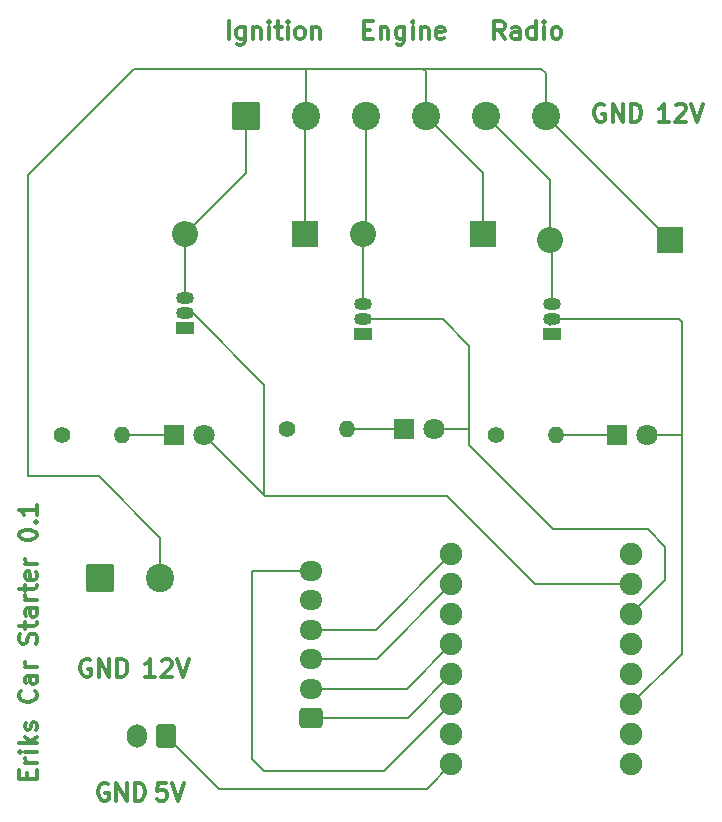
<source format=gbr>
%TF.GenerationSoftware,KiCad,Pcbnew,9.0.1-9.0.1-0~ubuntu24.04.1*%
%TF.CreationDate,2025-04-02T18:15:35+02:00*%
%TF.ProjectId,starter,73746172-7465-4722-9e6b-696361645f70,rev?*%
%TF.SameCoordinates,Original*%
%TF.FileFunction,Copper,L1,Top*%
%TF.FilePolarity,Positive*%
%FSLAX46Y46*%
G04 Gerber Fmt 4.6, Leading zero omitted, Abs format (unit mm)*
G04 Created by KiCad (PCBNEW 9.0.1-9.0.1-0~ubuntu24.04.1) date 2025-04-02 18:15:35*
%MOMM*%
%LPD*%
G01*
G04 APERTURE LIST*
G04 Aperture macros list*
%AMRoundRect*
0 Rectangle with rounded corners*
0 $1 Rounding radius*
0 $2 $3 $4 $5 $6 $7 $8 $9 X,Y pos of 4 corners*
0 Add a 4 corners polygon primitive as box body*
4,1,4,$2,$3,$4,$5,$6,$7,$8,$9,$2,$3,0*
0 Add four circle primitives for the rounded corners*
1,1,$1+$1,$2,$3*
1,1,$1+$1,$4,$5*
1,1,$1+$1,$6,$7*
1,1,$1+$1,$8,$9*
0 Add four rect primitives between the rounded corners*
20,1,$1+$1,$2,$3,$4,$5,0*
20,1,$1+$1,$4,$5,$6,$7,0*
20,1,$1+$1,$6,$7,$8,$9,0*
20,1,$1+$1,$8,$9,$2,$3,0*%
G04 Aperture macros list end*
%ADD10C,0.300000*%
%TA.AperFunction,NonConductor*%
%ADD11C,0.300000*%
%TD*%
%TA.AperFunction,ComponentPad*%
%ADD12R,1.500000X1.050000*%
%TD*%
%TA.AperFunction,ComponentPad*%
%ADD13O,1.500000X1.050000*%
%TD*%
%TA.AperFunction,ComponentPad*%
%ADD14O,1.950000X1.700000*%
%TD*%
%TA.AperFunction,ComponentPad*%
%ADD15RoundRect,0.250000X0.725000X-0.600000X0.725000X0.600000X-0.725000X0.600000X-0.725000X-0.600000X0*%
%TD*%
%TA.AperFunction,ComponentPad*%
%ADD16R,1.800000X1.800000*%
%TD*%
%TA.AperFunction,ComponentPad*%
%ADD17C,1.800000*%
%TD*%
%TA.AperFunction,ComponentPad*%
%ADD18C,1.905000*%
%TD*%
%TA.AperFunction,ComponentPad*%
%ADD19RoundRect,0.250000X0.600000X0.750000X-0.600000X0.750000X-0.600000X-0.750000X0.600000X-0.750000X0*%
%TD*%
%TA.AperFunction,ComponentPad*%
%ADD20O,1.700000X2.000000*%
%TD*%
%TA.AperFunction,ComponentPad*%
%ADD21C,1.400000*%
%TD*%
%TA.AperFunction,ComponentPad*%
%ADD22O,1.400000X1.400000*%
%TD*%
%TA.AperFunction,ComponentPad*%
%ADD23R,2.200000X2.200000*%
%TD*%
%TA.AperFunction,ComponentPad*%
%ADD24O,2.200000X2.200000*%
%TD*%
%TA.AperFunction,ComponentPad*%
%ADD25RoundRect,0.250001X-0.949999X-0.949999X0.949999X-0.949999X0.949999X0.949999X-0.949999X0.949999X0*%
%TD*%
%TA.AperFunction,ComponentPad*%
%ADD26C,2.400000*%
%TD*%
%TA.AperFunction,Conductor*%
%ADD27C,0.200000*%
%TD*%
G04 APERTURE END LIST*
D10*
D11*
X100054510Y-50800828D02*
X100054510Y-49300828D01*
X101411654Y-49800828D02*
X101411654Y-51015114D01*
X101411654Y-51015114D02*
X101340225Y-51157971D01*
X101340225Y-51157971D02*
X101268796Y-51229400D01*
X101268796Y-51229400D02*
X101125939Y-51300828D01*
X101125939Y-51300828D02*
X100911654Y-51300828D01*
X100911654Y-51300828D02*
X100768796Y-51229400D01*
X101411654Y-50729400D02*
X101268796Y-50800828D01*
X101268796Y-50800828D02*
X100983082Y-50800828D01*
X100983082Y-50800828D02*
X100840225Y-50729400D01*
X100840225Y-50729400D02*
X100768796Y-50657971D01*
X100768796Y-50657971D02*
X100697368Y-50515114D01*
X100697368Y-50515114D02*
X100697368Y-50086542D01*
X100697368Y-50086542D02*
X100768796Y-49943685D01*
X100768796Y-49943685D02*
X100840225Y-49872257D01*
X100840225Y-49872257D02*
X100983082Y-49800828D01*
X100983082Y-49800828D02*
X101268796Y-49800828D01*
X101268796Y-49800828D02*
X101411654Y-49872257D01*
X102125939Y-49800828D02*
X102125939Y-50800828D01*
X102125939Y-49943685D02*
X102197368Y-49872257D01*
X102197368Y-49872257D02*
X102340225Y-49800828D01*
X102340225Y-49800828D02*
X102554511Y-49800828D01*
X102554511Y-49800828D02*
X102697368Y-49872257D01*
X102697368Y-49872257D02*
X102768797Y-50015114D01*
X102768797Y-50015114D02*
X102768797Y-50800828D01*
X103483082Y-50800828D02*
X103483082Y-49800828D01*
X103483082Y-49300828D02*
X103411654Y-49372257D01*
X103411654Y-49372257D02*
X103483082Y-49443685D01*
X103483082Y-49443685D02*
X103554511Y-49372257D01*
X103554511Y-49372257D02*
X103483082Y-49300828D01*
X103483082Y-49300828D02*
X103483082Y-49443685D01*
X103983083Y-49800828D02*
X104554511Y-49800828D01*
X104197368Y-49300828D02*
X104197368Y-50586542D01*
X104197368Y-50586542D02*
X104268797Y-50729400D01*
X104268797Y-50729400D02*
X104411654Y-50800828D01*
X104411654Y-50800828D02*
X104554511Y-50800828D01*
X105054511Y-50800828D02*
X105054511Y-49800828D01*
X105054511Y-49300828D02*
X104983083Y-49372257D01*
X104983083Y-49372257D02*
X105054511Y-49443685D01*
X105054511Y-49443685D02*
X105125940Y-49372257D01*
X105125940Y-49372257D02*
X105054511Y-49300828D01*
X105054511Y-49300828D02*
X105054511Y-49443685D01*
X105983083Y-50800828D02*
X105840226Y-50729400D01*
X105840226Y-50729400D02*
X105768797Y-50657971D01*
X105768797Y-50657971D02*
X105697369Y-50515114D01*
X105697369Y-50515114D02*
X105697369Y-50086542D01*
X105697369Y-50086542D02*
X105768797Y-49943685D01*
X105768797Y-49943685D02*
X105840226Y-49872257D01*
X105840226Y-49872257D02*
X105983083Y-49800828D01*
X105983083Y-49800828D02*
X106197369Y-49800828D01*
X106197369Y-49800828D02*
X106340226Y-49872257D01*
X106340226Y-49872257D02*
X106411655Y-49943685D01*
X106411655Y-49943685D02*
X106483083Y-50086542D01*
X106483083Y-50086542D02*
X106483083Y-50515114D01*
X106483083Y-50515114D02*
X106411655Y-50657971D01*
X106411655Y-50657971D02*
X106340226Y-50729400D01*
X106340226Y-50729400D02*
X106197369Y-50800828D01*
X106197369Y-50800828D02*
X105983083Y-50800828D01*
X107125940Y-49800828D02*
X107125940Y-50800828D01*
X107125940Y-49943685D02*
X107197369Y-49872257D01*
X107197369Y-49872257D02*
X107340226Y-49800828D01*
X107340226Y-49800828D02*
X107554512Y-49800828D01*
X107554512Y-49800828D02*
X107697369Y-49872257D01*
X107697369Y-49872257D02*
X107768798Y-50015114D01*
X107768798Y-50015114D02*
X107768798Y-50800828D01*
D10*
D11*
X111554510Y-50015114D02*
X112054510Y-50015114D01*
X112268796Y-50800828D02*
X111554510Y-50800828D01*
X111554510Y-50800828D02*
X111554510Y-49300828D01*
X111554510Y-49300828D02*
X112268796Y-49300828D01*
X112911653Y-49800828D02*
X112911653Y-50800828D01*
X112911653Y-49943685D02*
X112983082Y-49872257D01*
X112983082Y-49872257D02*
X113125939Y-49800828D01*
X113125939Y-49800828D02*
X113340225Y-49800828D01*
X113340225Y-49800828D02*
X113483082Y-49872257D01*
X113483082Y-49872257D02*
X113554511Y-50015114D01*
X113554511Y-50015114D02*
X113554511Y-50800828D01*
X114911654Y-49800828D02*
X114911654Y-51015114D01*
X114911654Y-51015114D02*
X114840225Y-51157971D01*
X114840225Y-51157971D02*
X114768796Y-51229400D01*
X114768796Y-51229400D02*
X114625939Y-51300828D01*
X114625939Y-51300828D02*
X114411654Y-51300828D01*
X114411654Y-51300828D02*
X114268796Y-51229400D01*
X114911654Y-50729400D02*
X114768796Y-50800828D01*
X114768796Y-50800828D02*
X114483082Y-50800828D01*
X114483082Y-50800828D02*
X114340225Y-50729400D01*
X114340225Y-50729400D02*
X114268796Y-50657971D01*
X114268796Y-50657971D02*
X114197368Y-50515114D01*
X114197368Y-50515114D02*
X114197368Y-50086542D01*
X114197368Y-50086542D02*
X114268796Y-49943685D01*
X114268796Y-49943685D02*
X114340225Y-49872257D01*
X114340225Y-49872257D02*
X114483082Y-49800828D01*
X114483082Y-49800828D02*
X114768796Y-49800828D01*
X114768796Y-49800828D02*
X114911654Y-49872257D01*
X115625939Y-50800828D02*
X115625939Y-49800828D01*
X115625939Y-49300828D02*
X115554511Y-49372257D01*
X115554511Y-49372257D02*
X115625939Y-49443685D01*
X115625939Y-49443685D02*
X115697368Y-49372257D01*
X115697368Y-49372257D02*
X115625939Y-49300828D01*
X115625939Y-49300828D02*
X115625939Y-49443685D01*
X116340225Y-49800828D02*
X116340225Y-50800828D01*
X116340225Y-49943685D02*
X116411654Y-49872257D01*
X116411654Y-49872257D02*
X116554511Y-49800828D01*
X116554511Y-49800828D02*
X116768797Y-49800828D01*
X116768797Y-49800828D02*
X116911654Y-49872257D01*
X116911654Y-49872257D02*
X116983083Y-50015114D01*
X116983083Y-50015114D02*
X116983083Y-50800828D01*
X118268797Y-50729400D02*
X118125940Y-50800828D01*
X118125940Y-50800828D02*
X117840226Y-50800828D01*
X117840226Y-50800828D02*
X117697368Y-50729400D01*
X117697368Y-50729400D02*
X117625940Y-50586542D01*
X117625940Y-50586542D02*
X117625940Y-50015114D01*
X117625940Y-50015114D02*
X117697368Y-49872257D01*
X117697368Y-49872257D02*
X117840226Y-49800828D01*
X117840226Y-49800828D02*
X118125940Y-49800828D01*
X118125940Y-49800828D02*
X118268797Y-49872257D01*
X118268797Y-49872257D02*
X118340226Y-50015114D01*
X118340226Y-50015114D02*
X118340226Y-50157971D01*
X118340226Y-50157971D02*
X117625940Y-50300828D01*
D10*
D11*
X123411653Y-50800828D02*
X122911653Y-50086542D01*
X122554510Y-50800828D02*
X122554510Y-49300828D01*
X122554510Y-49300828D02*
X123125939Y-49300828D01*
X123125939Y-49300828D02*
X123268796Y-49372257D01*
X123268796Y-49372257D02*
X123340225Y-49443685D01*
X123340225Y-49443685D02*
X123411653Y-49586542D01*
X123411653Y-49586542D02*
X123411653Y-49800828D01*
X123411653Y-49800828D02*
X123340225Y-49943685D01*
X123340225Y-49943685D02*
X123268796Y-50015114D01*
X123268796Y-50015114D02*
X123125939Y-50086542D01*
X123125939Y-50086542D02*
X122554510Y-50086542D01*
X124697368Y-50800828D02*
X124697368Y-50015114D01*
X124697368Y-50015114D02*
X124625939Y-49872257D01*
X124625939Y-49872257D02*
X124483082Y-49800828D01*
X124483082Y-49800828D02*
X124197368Y-49800828D01*
X124197368Y-49800828D02*
X124054510Y-49872257D01*
X124697368Y-50729400D02*
X124554510Y-50800828D01*
X124554510Y-50800828D02*
X124197368Y-50800828D01*
X124197368Y-50800828D02*
X124054510Y-50729400D01*
X124054510Y-50729400D02*
X123983082Y-50586542D01*
X123983082Y-50586542D02*
X123983082Y-50443685D01*
X123983082Y-50443685D02*
X124054510Y-50300828D01*
X124054510Y-50300828D02*
X124197368Y-50229400D01*
X124197368Y-50229400D02*
X124554510Y-50229400D01*
X124554510Y-50229400D02*
X124697368Y-50157971D01*
X126054511Y-50800828D02*
X126054511Y-49300828D01*
X126054511Y-50729400D02*
X125911653Y-50800828D01*
X125911653Y-50800828D02*
X125625939Y-50800828D01*
X125625939Y-50800828D02*
X125483082Y-50729400D01*
X125483082Y-50729400D02*
X125411653Y-50657971D01*
X125411653Y-50657971D02*
X125340225Y-50515114D01*
X125340225Y-50515114D02*
X125340225Y-50086542D01*
X125340225Y-50086542D02*
X125411653Y-49943685D01*
X125411653Y-49943685D02*
X125483082Y-49872257D01*
X125483082Y-49872257D02*
X125625939Y-49800828D01*
X125625939Y-49800828D02*
X125911653Y-49800828D01*
X125911653Y-49800828D02*
X126054511Y-49872257D01*
X126768796Y-50800828D02*
X126768796Y-49800828D01*
X126768796Y-49300828D02*
X126697368Y-49372257D01*
X126697368Y-49372257D02*
X126768796Y-49443685D01*
X126768796Y-49443685D02*
X126840225Y-49372257D01*
X126840225Y-49372257D02*
X126768796Y-49300828D01*
X126768796Y-49300828D02*
X126768796Y-49443685D01*
X127697368Y-50800828D02*
X127554511Y-50729400D01*
X127554511Y-50729400D02*
X127483082Y-50657971D01*
X127483082Y-50657971D02*
X127411654Y-50515114D01*
X127411654Y-50515114D02*
X127411654Y-50086542D01*
X127411654Y-50086542D02*
X127483082Y-49943685D01*
X127483082Y-49943685D02*
X127554511Y-49872257D01*
X127554511Y-49872257D02*
X127697368Y-49800828D01*
X127697368Y-49800828D02*
X127911654Y-49800828D01*
X127911654Y-49800828D02*
X128054511Y-49872257D01*
X128054511Y-49872257D02*
X128125940Y-49943685D01*
X128125940Y-49943685D02*
X128197368Y-50086542D01*
X128197368Y-50086542D02*
X128197368Y-50515114D01*
X128197368Y-50515114D02*
X128125940Y-50657971D01*
X128125940Y-50657971D02*
X128054511Y-50729400D01*
X128054511Y-50729400D02*
X127911654Y-50800828D01*
X127911654Y-50800828D02*
X127697368Y-50800828D01*
D10*
D11*
X88340225Y-103372257D02*
X88197368Y-103300828D01*
X88197368Y-103300828D02*
X87983082Y-103300828D01*
X87983082Y-103300828D02*
X87768796Y-103372257D01*
X87768796Y-103372257D02*
X87625939Y-103515114D01*
X87625939Y-103515114D02*
X87554510Y-103657971D01*
X87554510Y-103657971D02*
X87483082Y-103943685D01*
X87483082Y-103943685D02*
X87483082Y-104157971D01*
X87483082Y-104157971D02*
X87554510Y-104443685D01*
X87554510Y-104443685D02*
X87625939Y-104586542D01*
X87625939Y-104586542D02*
X87768796Y-104729400D01*
X87768796Y-104729400D02*
X87983082Y-104800828D01*
X87983082Y-104800828D02*
X88125939Y-104800828D01*
X88125939Y-104800828D02*
X88340225Y-104729400D01*
X88340225Y-104729400D02*
X88411653Y-104657971D01*
X88411653Y-104657971D02*
X88411653Y-104157971D01*
X88411653Y-104157971D02*
X88125939Y-104157971D01*
X89054510Y-104800828D02*
X89054510Y-103300828D01*
X89054510Y-103300828D02*
X89911653Y-104800828D01*
X89911653Y-104800828D02*
X89911653Y-103300828D01*
X90625939Y-104800828D02*
X90625939Y-103300828D01*
X90625939Y-103300828D02*
X90983082Y-103300828D01*
X90983082Y-103300828D02*
X91197368Y-103372257D01*
X91197368Y-103372257D02*
X91340225Y-103515114D01*
X91340225Y-103515114D02*
X91411654Y-103657971D01*
X91411654Y-103657971D02*
X91483082Y-103943685D01*
X91483082Y-103943685D02*
X91483082Y-104157971D01*
X91483082Y-104157971D02*
X91411654Y-104443685D01*
X91411654Y-104443685D02*
X91340225Y-104586542D01*
X91340225Y-104586542D02*
X91197368Y-104729400D01*
X91197368Y-104729400D02*
X90983082Y-104800828D01*
X90983082Y-104800828D02*
X90625939Y-104800828D01*
D10*
D11*
X93840225Y-104800828D02*
X92983082Y-104800828D01*
X93411653Y-104800828D02*
X93411653Y-103300828D01*
X93411653Y-103300828D02*
X93268796Y-103515114D01*
X93268796Y-103515114D02*
X93125939Y-103657971D01*
X93125939Y-103657971D02*
X92983082Y-103729400D01*
X94411653Y-103443685D02*
X94483081Y-103372257D01*
X94483081Y-103372257D02*
X94625939Y-103300828D01*
X94625939Y-103300828D02*
X94983081Y-103300828D01*
X94983081Y-103300828D02*
X95125939Y-103372257D01*
X95125939Y-103372257D02*
X95197367Y-103443685D01*
X95197367Y-103443685D02*
X95268796Y-103586542D01*
X95268796Y-103586542D02*
X95268796Y-103729400D01*
X95268796Y-103729400D02*
X95197367Y-103943685D01*
X95197367Y-103943685D02*
X94340224Y-104800828D01*
X94340224Y-104800828D02*
X95268796Y-104800828D01*
X95697367Y-103300828D02*
X96197367Y-104800828D01*
X96197367Y-104800828D02*
X96697367Y-103300828D01*
D10*
D11*
X131840225Y-56372257D02*
X131697368Y-56300828D01*
X131697368Y-56300828D02*
X131483082Y-56300828D01*
X131483082Y-56300828D02*
X131268796Y-56372257D01*
X131268796Y-56372257D02*
X131125939Y-56515114D01*
X131125939Y-56515114D02*
X131054510Y-56657971D01*
X131054510Y-56657971D02*
X130983082Y-56943685D01*
X130983082Y-56943685D02*
X130983082Y-57157971D01*
X130983082Y-57157971D02*
X131054510Y-57443685D01*
X131054510Y-57443685D02*
X131125939Y-57586542D01*
X131125939Y-57586542D02*
X131268796Y-57729400D01*
X131268796Y-57729400D02*
X131483082Y-57800828D01*
X131483082Y-57800828D02*
X131625939Y-57800828D01*
X131625939Y-57800828D02*
X131840225Y-57729400D01*
X131840225Y-57729400D02*
X131911653Y-57657971D01*
X131911653Y-57657971D02*
X131911653Y-57157971D01*
X131911653Y-57157971D02*
X131625939Y-57157971D01*
X132554510Y-57800828D02*
X132554510Y-56300828D01*
X132554510Y-56300828D02*
X133411653Y-57800828D01*
X133411653Y-57800828D02*
X133411653Y-56300828D01*
X134125939Y-57800828D02*
X134125939Y-56300828D01*
X134125939Y-56300828D02*
X134483082Y-56300828D01*
X134483082Y-56300828D02*
X134697368Y-56372257D01*
X134697368Y-56372257D02*
X134840225Y-56515114D01*
X134840225Y-56515114D02*
X134911654Y-56657971D01*
X134911654Y-56657971D02*
X134983082Y-56943685D01*
X134983082Y-56943685D02*
X134983082Y-57157971D01*
X134983082Y-57157971D02*
X134911654Y-57443685D01*
X134911654Y-57443685D02*
X134840225Y-57586542D01*
X134840225Y-57586542D02*
X134697368Y-57729400D01*
X134697368Y-57729400D02*
X134483082Y-57800828D01*
X134483082Y-57800828D02*
X134125939Y-57800828D01*
D10*
D11*
X137340225Y-57800828D02*
X136483082Y-57800828D01*
X136911653Y-57800828D02*
X136911653Y-56300828D01*
X136911653Y-56300828D02*
X136768796Y-56515114D01*
X136768796Y-56515114D02*
X136625939Y-56657971D01*
X136625939Y-56657971D02*
X136483082Y-56729400D01*
X137911653Y-56443685D02*
X137983081Y-56372257D01*
X137983081Y-56372257D02*
X138125939Y-56300828D01*
X138125939Y-56300828D02*
X138483081Y-56300828D01*
X138483081Y-56300828D02*
X138625939Y-56372257D01*
X138625939Y-56372257D02*
X138697367Y-56443685D01*
X138697367Y-56443685D02*
X138768796Y-56586542D01*
X138768796Y-56586542D02*
X138768796Y-56729400D01*
X138768796Y-56729400D02*
X138697367Y-56943685D01*
X138697367Y-56943685D02*
X137840224Y-57800828D01*
X137840224Y-57800828D02*
X138768796Y-57800828D01*
X139197367Y-56300828D02*
X139697367Y-57800828D01*
X139697367Y-57800828D02*
X140197367Y-56300828D01*
D10*
D11*
X89840225Y-113872257D02*
X89697368Y-113800828D01*
X89697368Y-113800828D02*
X89483082Y-113800828D01*
X89483082Y-113800828D02*
X89268796Y-113872257D01*
X89268796Y-113872257D02*
X89125939Y-114015114D01*
X89125939Y-114015114D02*
X89054510Y-114157971D01*
X89054510Y-114157971D02*
X88983082Y-114443685D01*
X88983082Y-114443685D02*
X88983082Y-114657971D01*
X88983082Y-114657971D02*
X89054510Y-114943685D01*
X89054510Y-114943685D02*
X89125939Y-115086542D01*
X89125939Y-115086542D02*
X89268796Y-115229400D01*
X89268796Y-115229400D02*
X89483082Y-115300828D01*
X89483082Y-115300828D02*
X89625939Y-115300828D01*
X89625939Y-115300828D02*
X89840225Y-115229400D01*
X89840225Y-115229400D02*
X89911653Y-115157971D01*
X89911653Y-115157971D02*
X89911653Y-114657971D01*
X89911653Y-114657971D02*
X89625939Y-114657971D01*
X90554510Y-115300828D02*
X90554510Y-113800828D01*
X90554510Y-113800828D02*
X91411653Y-115300828D01*
X91411653Y-115300828D02*
X91411653Y-113800828D01*
X92125939Y-115300828D02*
X92125939Y-113800828D01*
X92125939Y-113800828D02*
X92483082Y-113800828D01*
X92483082Y-113800828D02*
X92697368Y-113872257D01*
X92697368Y-113872257D02*
X92840225Y-114015114D01*
X92840225Y-114015114D02*
X92911654Y-114157971D01*
X92911654Y-114157971D02*
X92983082Y-114443685D01*
X92983082Y-114443685D02*
X92983082Y-114657971D01*
X92983082Y-114657971D02*
X92911654Y-114943685D01*
X92911654Y-114943685D02*
X92840225Y-115086542D01*
X92840225Y-115086542D02*
X92697368Y-115229400D01*
X92697368Y-115229400D02*
X92483082Y-115300828D01*
X92483082Y-115300828D02*
X92125939Y-115300828D01*
D10*
D11*
X94768796Y-113800828D02*
X94054510Y-113800828D01*
X94054510Y-113800828D02*
X93983082Y-114515114D01*
X93983082Y-114515114D02*
X94054510Y-114443685D01*
X94054510Y-114443685D02*
X94197368Y-114372257D01*
X94197368Y-114372257D02*
X94554510Y-114372257D01*
X94554510Y-114372257D02*
X94697368Y-114443685D01*
X94697368Y-114443685D02*
X94768796Y-114515114D01*
X94768796Y-114515114D02*
X94840225Y-114657971D01*
X94840225Y-114657971D02*
X94840225Y-115015114D01*
X94840225Y-115015114D02*
X94768796Y-115157971D01*
X94768796Y-115157971D02*
X94697368Y-115229400D01*
X94697368Y-115229400D02*
X94554510Y-115300828D01*
X94554510Y-115300828D02*
X94197368Y-115300828D01*
X94197368Y-115300828D02*
X94054510Y-115229400D01*
X94054510Y-115229400D02*
X93983082Y-115157971D01*
X95268796Y-113800828D02*
X95768796Y-115300828D01*
X95768796Y-115300828D02*
X96268796Y-113800828D01*
D10*
D11*
X83015114Y-113445489D02*
X83015114Y-112945489D01*
X83800828Y-112731203D02*
X83800828Y-113445489D01*
X83800828Y-113445489D02*
X82300828Y-113445489D01*
X82300828Y-113445489D02*
X82300828Y-112731203D01*
X83800828Y-112088346D02*
X82800828Y-112088346D01*
X83086542Y-112088346D02*
X82943685Y-112016917D01*
X82943685Y-112016917D02*
X82872257Y-111945489D01*
X82872257Y-111945489D02*
X82800828Y-111802631D01*
X82800828Y-111802631D02*
X82800828Y-111659774D01*
X83800828Y-111159775D02*
X82800828Y-111159775D01*
X82300828Y-111159775D02*
X82372257Y-111231203D01*
X82372257Y-111231203D02*
X82443685Y-111159775D01*
X82443685Y-111159775D02*
X82372257Y-111088346D01*
X82372257Y-111088346D02*
X82300828Y-111159775D01*
X82300828Y-111159775D02*
X82443685Y-111159775D01*
X83800828Y-110445489D02*
X82300828Y-110445489D01*
X83229400Y-110302632D02*
X83800828Y-109874060D01*
X82800828Y-109874060D02*
X83372257Y-110445489D01*
X83729400Y-109302631D02*
X83800828Y-109159774D01*
X83800828Y-109159774D02*
X83800828Y-108874060D01*
X83800828Y-108874060D02*
X83729400Y-108731203D01*
X83729400Y-108731203D02*
X83586542Y-108659774D01*
X83586542Y-108659774D02*
X83515114Y-108659774D01*
X83515114Y-108659774D02*
X83372257Y-108731203D01*
X83372257Y-108731203D02*
X83300828Y-108874060D01*
X83300828Y-108874060D02*
X83300828Y-109088346D01*
X83300828Y-109088346D02*
X83229400Y-109231203D01*
X83229400Y-109231203D02*
X83086542Y-109302631D01*
X83086542Y-109302631D02*
X83015114Y-109302631D01*
X83015114Y-109302631D02*
X82872257Y-109231203D01*
X82872257Y-109231203D02*
X82800828Y-109088346D01*
X82800828Y-109088346D02*
X82800828Y-108874060D01*
X82800828Y-108874060D02*
X82872257Y-108731203D01*
X83657971Y-106016917D02*
X83729400Y-106088345D01*
X83729400Y-106088345D02*
X83800828Y-106302631D01*
X83800828Y-106302631D02*
X83800828Y-106445488D01*
X83800828Y-106445488D02*
X83729400Y-106659774D01*
X83729400Y-106659774D02*
X83586542Y-106802631D01*
X83586542Y-106802631D02*
X83443685Y-106874060D01*
X83443685Y-106874060D02*
X83157971Y-106945488D01*
X83157971Y-106945488D02*
X82943685Y-106945488D01*
X82943685Y-106945488D02*
X82657971Y-106874060D01*
X82657971Y-106874060D02*
X82515114Y-106802631D01*
X82515114Y-106802631D02*
X82372257Y-106659774D01*
X82372257Y-106659774D02*
X82300828Y-106445488D01*
X82300828Y-106445488D02*
X82300828Y-106302631D01*
X82300828Y-106302631D02*
X82372257Y-106088345D01*
X82372257Y-106088345D02*
X82443685Y-106016917D01*
X83800828Y-104731203D02*
X83015114Y-104731203D01*
X83015114Y-104731203D02*
X82872257Y-104802631D01*
X82872257Y-104802631D02*
X82800828Y-104945488D01*
X82800828Y-104945488D02*
X82800828Y-105231203D01*
X82800828Y-105231203D02*
X82872257Y-105374060D01*
X83729400Y-104731203D02*
X83800828Y-104874060D01*
X83800828Y-104874060D02*
X83800828Y-105231203D01*
X83800828Y-105231203D02*
X83729400Y-105374060D01*
X83729400Y-105374060D02*
X83586542Y-105445488D01*
X83586542Y-105445488D02*
X83443685Y-105445488D01*
X83443685Y-105445488D02*
X83300828Y-105374060D01*
X83300828Y-105374060D02*
X83229400Y-105231203D01*
X83229400Y-105231203D02*
X83229400Y-104874060D01*
X83229400Y-104874060D02*
X83157971Y-104731203D01*
X83800828Y-104016917D02*
X82800828Y-104016917D01*
X83086542Y-104016917D02*
X82943685Y-103945488D01*
X82943685Y-103945488D02*
X82872257Y-103874060D01*
X82872257Y-103874060D02*
X82800828Y-103731202D01*
X82800828Y-103731202D02*
X82800828Y-103588345D01*
X83729400Y-102016917D02*
X83800828Y-101802632D01*
X83800828Y-101802632D02*
X83800828Y-101445489D01*
X83800828Y-101445489D02*
X83729400Y-101302632D01*
X83729400Y-101302632D02*
X83657971Y-101231203D01*
X83657971Y-101231203D02*
X83515114Y-101159774D01*
X83515114Y-101159774D02*
X83372257Y-101159774D01*
X83372257Y-101159774D02*
X83229400Y-101231203D01*
X83229400Y-101231203D02*
X83157971Y-101302632D01*
X83157971Y-101302632D02*
X83086542Y-101445489D01*
X83086542Y-101445489D02*
X83015114Y-101731203D01*
X83015114Y-101731203D02*
X82943685Y-101874060D01*
X82943685Y-101874060D02*
X82872257Y-101945489D01*
X82872257Y-101945489D02*
X82729400Y-102016917D01*
X82729400Y-102016917D02*
X82586542Y-102016917D01*
X82586542Y-102016917D02*
X82443685Y-101945489D01*
X82443685Y-101945489D02*
X82372257Y-101874060D01*
X82372257Y-101874060D02*
X82300828Y-101731203D01*
X82300828Y-101731203D02*
X82300828Y-101374060D01*
X82300828Y-101374060D02*
X82372257Y-101159774D01*
X82800828Y-100731203D02*
X82800828Y-100159775D01*
X82300828Y-100516918D02*
X83586542Y-100516918D01*
X83586542Y-100516918D02*
X83729400Y-100445489D01*
X83729400Y-100445489D02*
X83800828Y-100302632D01*
X83800828Y-100302632D02*
X83800828Y-100159775D01*
X83800828Y-99016918D02*
X83015114Y-99016918D01*
X83015114Y-99016918D02*
X82872257Y-99088346D01*
X82872257Y-99088346D02*
X82800828Y-99231203D01*
X82800828Y-99231203D02*
X82800828Y-99516918D01*
X82800828Y-99516918D02*
X82872257Y-99659775D01*
X83729400Y-99016918D02*
X83800828Y-99159775D01*
X83800828Y-99159775D02*
X83800828Y-99516918D01*
X83800828Y-99516918D02*
X83729400Y-99659775D01*
X83729400Y-99659775D02*
X83586542Y-99731203D01*
X83586542Y-99731203D02*
X83443685Y-99731203D01*
X83443685Y-99731203D02*
X83300828Y-99659775D01*
X83300828Y-99659775D02*
X83229400Y-99516918D01*
X83229400Y-99516918D02*
X83229400Y-99159775D01*
X83229400Y-99159775D02*
X83157971Y-99016918D01*
X83800828Y-98302632D02*
X82800828Y-98302632D01*
X83086542Y-98302632D02*
X82943685Y-98231203D01*
X82943685Y-98231203D02*
X82872257Y-98159775D01*
X82872257Y-98159775D02*
X82800828Y-98016917D01*
X82800828Y-98016917D02*
X82800828Y-97874060D01*
X82800828Y-97588346D02*
X82800828Y-97016918D01*
X82300828Y-97374061D02*
X83586542Y-97374061D01*
X83586542Y-97374061D02*
X83729400Y-97302632D01*
X83729400Y-97302632D02*
X83800828Y-97159775D01*
X83800828Y-97159775D02*
X83800828Y-97016918D01*
X83729400Y-95945489D02*
X83800828Y-96088346D01*
X83800828Y-96088346D02*
X83800828Y-96374061D01*
X83800828Y-96374061D02*
X83729400Y-96516918D01*
X83729400Y-96516918D02*
X83586542Y-96588346D01*
X83586542Y-96588346D02*
X83015114Y-96588346D01*
X83015114Y-96588346D02*
X82872257Y-96516918D01*
X82872257Y-96516918D02*
X82800828Y-96374061D01*
X82800828Y-96374061D02*
X82800828Y-96088346D01*
X82800828Y-96088346D02*
X82872257Y-95945489D01*
X82872257Y-95945489D02*
X83015114Y-95874061D01*
X83015114Y-95874061D02*
X83157971Y-95874061D01*
X83157971Y-95874061D02*
X83300828Y-96588346D01*
X83800828Y-95231204D02*
X82800828Y-95231204D01*
X83086542Y-95231204D02*
X82943685Y-95159775D01*
X82943685Y-95159775D02*
X82872257Y-95088347D01*
X82872257Y-95088347D02*
X82800828Y-94945489D01*
X82800828Y-94945489D02*
X82800828Y-94802632D01*
X82300828Y-92874061D02*
X82300828Y-92731204D01*
X82300828Y-92731204D02*
X82372257Y-92588347D01*
X82372257Y-92588347D02*
X82443685Y-92516919D01*
X82443685Y-92516919D02*
X82586542Y-92445490D01*
X82586542Y-92445490D02*
X82872257Y-92374061D01*
X82872257Y-92374061D02*
X83229400Y-92374061D01*
X83229400Y-92374061D02*
X83515114Y-92445490D01*
X83515114Y-92445490D02*
X83657971Y-92516919D01*
X83657971Y-92516919D02*
X83729400Y-92588347D01*
X83729400Y-92588347D02*
X83800828Y-92731204D01*
X83800828Y-92731204D02*
X83800828Y-92874061D01*
X83800828Y-92874061D02*
X83729400Y-93016919D01*
X83729400Y-93016919D02*
X83657971Y-93088347D01*
X83657971Y-93088347D02*
X83515114Y-93159776D01*
X83515114Y-93159776D02*
X83229400Y-93231204D01*
X83229400Y-93231204D02*
X82872257Y-93231204D01*
X82872257Y-93231204D02*
X82586542Y-93159776D01*
X82586542Y-93159776D02*
X82443685Y-93088347D01*
X82443685Y-93088347D02*
X82372257Y-93016919D01*
X82372257Y-93016919D02*
X82300828Y-92874061D01*
X83657971Y-91731205D02*
X83729400Y-91659776D01*
X83729400Y-91659776D02*
X83800828Y-91731205D01*
X83800828Y-91731205D02*
X83729400Y-91802633D01*
X83729400Y-91802633D02*
X83657971Y-91731205D01*
X83657971Y-91731205D02*
X83800828Y-91731205D01*
X83800828Y-90231204D02*
X83800828Y-91088347D01*
X83800828Y-90659776D02*
X82300828Y-90659776D01*
X82300828Y-90659776D02*
X82515114Y-90802633D01*
X82515114Y-90802633D02*
X82657971Y-90945490D01*
X82657971Y-90945490D02*
X82729400Y-91088347D01*
D12*
%TO.P,Q4,1,S*%
%TO.N,GND*%
X96360000Y-75270000D03*
D13*
%TO.P,Q4,2,G*%
%TO.N,Net-(D1-A)*%
X96360000Y-74000000D03*
%TO.P,Q4,3,D*%
%TO.N,Net-(D2-A)*%
X96360000Y-72730000D03*
%TD*%
D14*
%TO.P,J1,6,Pin_6*%
%TO.N,+3.3V*%
X107040000Y-95816250D03*
%TO.P,J1,5,Pin_5*%
%TO.N,unconnected-(J1-Pin_5-Pad5)*%
X107040000Y-98316250D03*
%TO.P,J1,4,Pin_4*%
%TO.N,Net-(J1-Pin_4)*%
X107040000Y-100816250D03*
%TO.P,J1,3,Pin_3*%
%TO.N,Net-(J1-Pin_3)*%
X107040000Y-103316250D03*
%TO.P,J1,2,Pin_2*%
%TO.N,Net-(J1-Pin_2)*%
X107040000Y-105816250D03*
D15*
%TO.P,J1,1,Pin_1*%
%TO.N,Net-(J1-Pin_1)*%
X107040000Y-108316250D03*
%TD*%
D16*
%TO.P,D1,1,K*%
%TO.N,Net-(D1-K)*%
X95440000Y-84316250D03*
D17*
%TO.P,D1,2,A*%
%TO.N,Net-(D1-A)*%
X97980000Y-84316250D03*
%TD*%
D18*
%TO.P,U1,0,GPIO0*%
%TO.N,Net-(J1-Pin_4)*%
X118920000Y-94436250D03*
%TO.P,U1,1,GPIO1*%
%TO.N,Net-(J1-Pin_3)*%
X118920000Y-96976250D03*
%TO.P,U1,2,GPIO2*%
%TO.N,unconnected-(U1-GPIO2-Pad2)*%
X118920000Y-99516250D03*
%TO.P,U1,3,GPIO3*%
%TO.N,Net-(J1-Pin_2)*%
X118920000Y-102056250D03*
%TO.P,U1,3.3,3V3*%
%TO.N,+3.3V*%
X118920000Y-107136250D03*
%TO.P,U1,4,GPIO4*%
%TO.N,Net-(J1-Pin_1)*%
X118920000Y-104596250D03*
%TO.P,U1,5,GPIO5*%
%TO.N,unconnected-(U1-GPIO5-Pad5)*%
X134160000Y-112216250D03*
%TO.P,U1,5V,5V*%
%TO.N,+5V*%
X118920000Y-112216250D03*
%TO.P,U1,6,GPIO6*%
%TO.N,unconnected-(U1-GPIO6-Pad6)*%
X134160000Y-109676250D03*
%TO.P,U1,7,GPIO7*%
%TO.N,Net-(D6-A)*%
X134160000Y-107136250D03*
%TO.P,U1,8,GPIO8*%
%TO.N,unconnected-(U1-GPIO8-Pad8)*%
X134160000Y-104596250D03*
%TO.P,U1,9,GPIO9*%
%TO.N,unconnected-(U1-GPIO9-Pad9)*%
X134160000Y-102056250D03*
%TO.P,U1,10,GPIO10*%
%TO.N,Net-(D5-A)*%
X134160000Y-99516250D03*
%TO.P,U1,20,GPIO20*%
%TO.N,Net-(D1-A)*%
X134160000Y-96976250D03*
%TO.P,U1,21,GPIO21*%
%TO.N,unconnected-(U1-GPIO21-Pad21)*%
X134160000Y-94436250D03*
%TO.P,U1,G,GND*%
%TO.N,GND*%
X118920000Y-109676250D03*
%TD*%
D16*
%TO.P,D5,1,K*%
%TO.N,Net-(D5-K)*%
X114940000Y-83816250D03*
D17*
%TO.P,D5,2,A*%
%TO.N,Net-(D5-A)*%
X117480000Y-83816250D03*
%TD*%
D19*
%TO.P,J4,1,Pin_1*%
%TO.N,+5V*%
X94790000Y-109841250D03*
D20*
%TO.P,J4,2,Pin_2*%
%TO.N,GND*%
X92290000Y-109841250D03*
%TD*%
D21*
%TO.P,R1,1*%
%TO.N,GND*%
X85980000Y-84316250D03*
D22*
%TO.P,R1,2*%
%TO.N,Net-(D1-K)*%
X91060000Y-84316250D03*
%TD*%
D23*
%TO.P,D3,1,K*%
%TO.N,+12V*%
X121600000Y-67316250D03*
D24*
%TO.P,D3,2,A*%
%TO.N,Net-(D3-A)*%
X111440000Y-67316250D03*
%TD*%
D25*
%TO.P,J2,1,Pin_1*%
%TO.N,Net-(D2-A)*%
X101540000Y-57316250D03*
D26*
%TO.P,J2,2,Pin_2*%
%TO.N,+12V*%
X106620000Y-57316250D03*
%TO.P,J2,3,Pin_3*%
%TO.N,Net-(D3-A)*%
X111700000Y-57316250D03*
%TO.P,J2,4,Pin_4*%
%TO.N,+12V*%
X116780000Y-57316250D03*
%TO.P,J2,5,Pin_5*%
%TO.N,Net-(D4-A)*%
X121860000Y-57316250D03*
%TO.P,J2,6,Pin_6*%
%TO.N,+12V*%
X126940000Y-57316250D03*
%TD*%
D12*
%TO.P,Q3,1,S*%
%TO.N,GND*%
X127440000Y-75816250D03*
D13*
%TO.P,Q3,2,G*%
%TO.N,Net-(D6-A)*%
X127440000Y-74546250D03*
%TO.P,Q3,3,D*%
%TO.N,Net-(D4-A)*%
X127440000Y-73276250D03*
%TD*%
D23*
%TO.P,D4,1,K*%
%TO.N,+12V*%
X137440000Y-67816250D03*
D24*
%TO.P,D4,2,A*%
%TO.N,Net-(D4-A)*%
X127280000Y-67816250D03*
%TD*%
D21*
%TO.P,R3,1*%
%TO.N,GND*%
X122675000Y-84316250D03*
D22*
%TO.P,R3,2*%
%TO.N,Net-(D6-K)*%
X127755000Y-84316250D03*
%TD*%
D25*
%TO.P,J3,1,Pin_1*%
%TO.N,GND*%
X89200000Y-96458750D03*
D26*
%TO.P,J3,2,Pin_2*%
%TO.N,+12V*%
X94280000Y-96458750D03*
%TD*%
D23*
%TO.P,D2,1,K*%
%TO.N,+12V*%
X106520000Y-67316250D03*
D24*
%TO.P,D2,2,A*%
%TO.N,Net-(D2-A)*%
X96360000Y-67316250D03*
%TD*%
D16*
%TO.P,D6,1,K*%
%TO.N,Net-(D6-K)*%
X132900000Y-84316250D03*
D17*
%TO.P,D6,2,A*%
%TO.N,Net-(D6-A)*%
X135440000Y-84316250D03*
%TD*%
D12*
%TO.P,Q2,1,S*%
%TO.N,GND*%
X111440000Y-75816250D03*
D13*
%TO.P,Q2,2,G*%
%TO.N,Net-(D5-A)*%
X111440000Y-74546250D03*
%TO.P,Q2,3,D*%
%TO.N,Net-(D3-A)*%
X111440000Y-73276250D03*
%TD*%
D21*
%TO.P,R2,1*%
%TO.N,GND*%
X104980000Y-83816250D03*
D22*
%TO.P,R2,2*%
%TO.N,Net-(D5-K)*%
X110060000Y-83816250D03*
%TD*%
D27*
%TO.N,Net-(D1-A)*%
X103163750Y-89500000D02*
X103081875Y-89418125D01*
X96360000Y-74000000D02*
X97000000Y-74000000D01*
X97000000Y-74000000D02*
X103081875Y-80081875D01*
X103081875Y-80081875D02*
X103081875Y-89418125D01*
%TO.N,Net-(D2-A)*%
X96360000Y-72730000D02*
X96360000Y-67316250D01*
%TO.N,Net-(D1-A)*%
X118500000Y-89500000D02*
X103500000Y-89500000D01*
X134160000Y-96976250D02*
X125976250Y-96976250D01*
X125976250Y-96976250D02*
X118500000Y-89500000D01*
X103500000Y-89500000D02*
X103163750Y-89500000D01*
X103081875Y-89418125D02*
X97980000Y-84316250D01*
%TO.N,+5V*%
X116820000Y-114316250D02*
X118920000Y-112216250D01*
X99265000Y-114316250D02*
X116820000Y-114316250D01*
X94790000Y-109841250D02*
X99265000Y-114316250D01*
%TO.N,Net-(D1-K)*%
X95440000Y-84316250D02*
X91060000Y-84316250D01*
%TO.N,Net-(D2-A)*%
X101540000Y-62136250D02*
X96360000Y-67316250D01*
X101540000Y-57316250D02*
X101540000Y-62136250D01*
%TO.N,+12V*%
X106620000Y-67216250D02*
X106520000Y-67316250D01*
X116780000Y-53556250D02*
X116540000Y-53316250D01*
X116780000Y-57316250D02*
X116780000Y-53556250D01*
X106540000Y-53316250D02*
X116540000Y-53316250D01*
X92040000Y-53316250D02*
X106540000Y-53316250D01*
X89040000Y-87816250D02*
X83040000Y-87816250D01*
X83040000Y-87816250D02*
X83040000Y-62316250D01*
X106620000Y-57316250D02*
X106620000Y-53396250D01*
X106520000Y-67316250D02*
X106520000Y-57416250D01*
X121600000Y-62136250D02*
X116780000Y-57316250D01*
X126940000Y-53716250D02*
X126940000Y-57316250D01*
X83040000Y-62316250D02*
X92040000Y-53316250D01*
X121600000Y-67316250D02*
X121600000Y-62136250D01*
X106520000Y-57416250D02*
X106620000Y-57316250D01*
X137440000Y-67816250D02*
X126940000Y-57316250D01*
X106620000Y-53396250D02*
X106540000Y-53316250D01*
X126540000Y-53316250D02*
X126940000Y-53716250D01*
X94280000Y-93056250D02*
X89040000Y-87816250D01*
X94280000Y-96458750D02*
X94280000Y-93056250D01*
X116540000Y-53316250D02*
X126540000Y-53316250D01*
%TO.N,Net-(D3-A)*%
X111700000Y-57316250D02*
X111700000Y-67056250D01*
X111700000Y-67056250D02*
X111440000Y-67316250D01*
X111440000Y-67316250D02*
X111440000Y-73276250D01*
%TO.N,Net-(D4-A)*%
X121860000Y-57316250D02*
X127280000Y-62736250D01*
X127280000Y-62736250D02*
X127280000Y-67816250D01*
X127280000Y-67976250D02*
X127440000Y-68136250D01*
X127440000Y-68136250D02*
X127440000Y-73276250D01*
X127280000Y-67816250D02*
X127280000Y-67976250D01*
%TO.N,Net-(D5-A)*%
X127540000Y-92316250D02*
X120440000Y-85216250D01*
X111440000Y-74546250D02*
X118170000Y-74546250D01*
X135540000Y-92316250D02*
X127540000Y-92316250D01*
X137040000Y-96636250D02*
X137040000Y-93816250D01*
X134160000Y-99516250D02*
X137040000Y-96636250D01*
X120440000Y-85216250D02*
X120440000Y-83816250D01*
X137040000Y-93816250D02*
X135540000Y-92316250D01*
X120440000Y-76816250D02*
X120440000Y-83816250D01*
X117480000Y-83816250D02*
X120440000Y-83816250D01*
X118170000Y-74546250D02*
X120440000Y-76816250D01*
%TO.N,Net-(D5-K)*%
X114940000Y-83816250D02*
X110060000Y-83816250D01*
%TO.N,Net-(D6-A)*%
X138170000Y-74546250D02*
X138440000Y-74816250D01*
X126833000Y-74546250D02*
X127277000Y-74990250D01*
X138440000Y-102856250D02*
X138440000Y-84316250D01*
X138440000Y-74816250D02*
X138440000Y-84316250D01*
X134160000Y-107136250D02*
X138440000Y-102856250D01*
X127440000Y-74546250D02*
X138170000Y-74546250D01*
X127440000Y-74546250D02*
X126833000Y-74546250D01*
X135440000Y-84316250D02*
X138440000Y-84316250D01*
%TO.N,Net-(D6-K)*%
X132900000Y-84316250D02*
X127755000Y-84316250D01*
%TO.N,Net-(J1-Pin_1)*%
X118920000Y-103828967D02*
X118920000Y-104596250D01*
X118920000Y-104596250D02*
X115200000Y-108316250D01*
X115200000Y-108316250D02*
X107040000Y-108316250D01*
%TO.N,Net-(J1-Pin_3)*%
X118920000Y-96976250D02*
X112580000Y-103316250D01*
X112580000Y-103316250D02*
X107040000Y-103316250D01*
%TO.N,Net-(J1-Pin_2)*%
X118920000Y-102056250D02*
X115160000Y-105816250D01*
X115160000Y-105816250D02*
X107040000Y-105816250D01*
%TO.N,+3.3V*%
X102040000Y-111816250D02*
X102040000Y-95816250D01*
X118920000Y-107136250D02*
X113240000Y-112816250D01*
X103040000Y-112816250D02*
X102040000Y-111816250D01*
X113240000Y-112816250D02*
X103040000Y-112816250D01*
X102040000Y-95816250D02*
X107040000Y-95816250D01*
%TO.N,Net-(J1-Pin_4)*%
X112540000Y-100816250D02*
X107040000Y-100816250D01*
X118920000Y-94436250D02*
X112540000Y-100816250D01*
%TD*%
M02*

</source>
